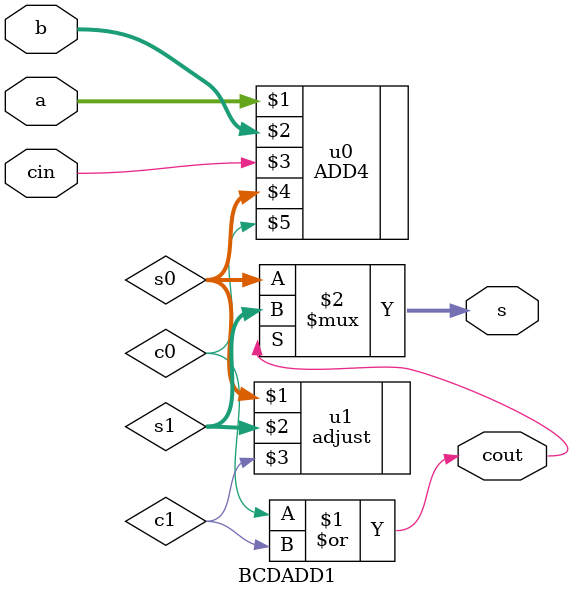
<source format=v>
module BCDADD1(a,b,cin,s,cout);

input [3:0] a,b;
input cin;
output [3:0] s;
output cout;
wire c1,c0;
wire [3:0] s0,s1;

ADD4 u0(a,b,cin,s0,c0);
adjust u1(s0,s1,c1);

assign cout=c0|c1;
assign s=cout?s1:s0;

endmodule
</source>
